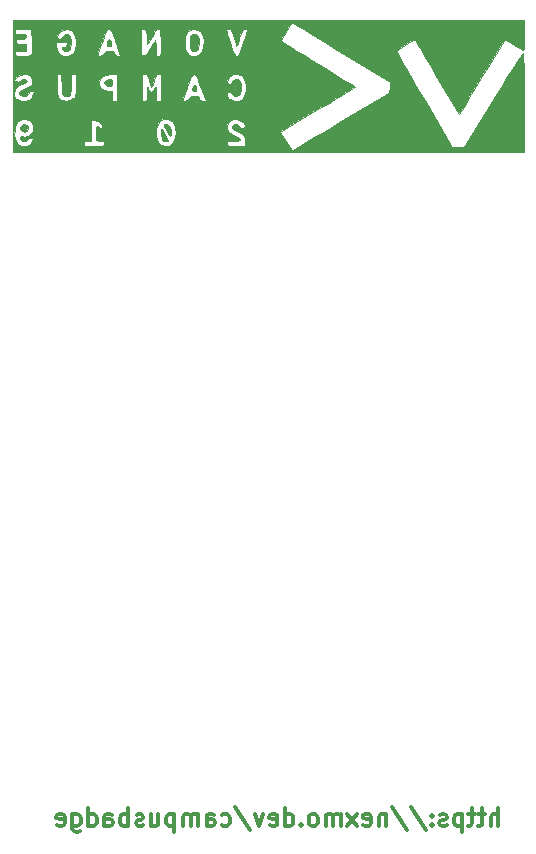
<source format=gbr>
G04 #@! TF.GenerationSoftware,KiCad,Pcbnew,(5.1.2-1)-1*
G04 #@! TF.CreationDate,2019-10-09T15:23:33+01:00*
G04 #@! TF.ProjectId,PixlVBoard,5069786c-5642-46f6-9172-642e6b696361,rev?*
G04 #@! TF.SameCoordinates,Original*
G04 #@! TF.FileFunction,Legend,Bot*
G04 #@! TF.FilePolarity,Positive*
%FSLAX46Y46*%
G04 Gerber Fmt 4.6, Leading zero omitted, Abs format (unit mm)*
G04 Created by KiCad (PCBNEW (5.1.2-1)-1) date 2019-10-09 15:23:33*
%MOMM*%
%LPD*%
G04 APERTURE LIST*
%ADD10C,0.300000*%
%ADD11C,0.010000*%
G04 APERTURE END LIST*
D10*
X208924571Y-138194171D02*
X208924571Y-136694171D01*
X208281714Y-138194171D02*
X208281714Y-137408457D01*
X208353142Y-137265600D01*
X208496000Y-137194171D01*
X208710285Y-137194171D01*
X208853142Y-137265600D01*
X208924571Y-137337028D01*
X207781714Y-137194171D02*
X207210285Y-137194171D01*
X207567428Y-136694171D02*
X207567428Y-137979885D01*
X207496000Y-138122742D01*
X207353142Y-138194171D01*
X207210285Y-138194171D01*
X206924571Y-137194171D02*
X206353142Y-137194171D01*
X206710285Y-136694171D02*
X206710285Y-137979885D01*
X206638857Y-138122742D01*
X206496000Y-138194171D01*
X206353142Y-138194171D01*
X205853142Y-137194171D02*
X205853142Y-138694171D01*
X205853142Y-137265600D02*
X205710285Y-137194171D01*
X205424571Y-137194171D01*
X205281714Y-137265600D01*
X205210285Y-137337028D01*
X205138857Y-137479885D01*
X205138857Y-137908457D01*
X205210285Y-138051314D01*
X205281714Y-138122742D01*
X205424571Y-138194171D01*
X205710285Y-138194171D01*
X205853142Y-138122742D01*
X204567428Y-138122742D02*
X204424571Y-138194171D01*
X204138857Y-138194171D01*
X203996000Y-138122742D01*
X203924571Y-137979885D01*
X203924571Y-137908457D01*
X203996000Y-137765600D01*
X204138857Y-137694171D01*
X204353142Y-137694171D01*
X204496000Y-137622742D01*
X204567428Y-137479885D01*
X204567428Y-137408457D01*
X204496000Y-137265600D01*
X204353142Y-137194171D01*
X204138857Y-137194171D01*
X203996000Y-137265600D01*
X203281714Y-138051314D02*
X203210285Y-138122742D01*
X203281714Y-138194171D01*
X203353142Y-138122742D01*
X203281714Y-138051314D01*
X203281714Y-138194171D01*
X203281714Y-137265600D02*
X203210285Y-137337028D01*
X203281714Y-137408457D01*
X203353142Y-137337028D01*
X203281714Y-137265600D01*
X203281714Y-137408457D01*
X201496000Y-136622742D02*
X202781714Y-138551314D01*
X199924571Y-136622742D02*
X201210285Y-138551314D01*
X199424571Y-137194171D02*
X199424571Y-138194171D01*
X199424571Y-137337028D02*
X199353142Y-137265600D01*
X199210285Y-137194171D01*
X198996000Y-137194171D01*
X198853142Y-137265600D01*
X198781714Y-137408457D01*
X198781714Y-138194171D01*
X197496000Y-138122742D02*
X197638857Y-138194171D01*
X197924571Y-138194171D01*
X198067428Y-138122742D01*
X198138857Y-137979885D01*
X198138857Y-137408457D01*
X198067428Y-137265600D01*
X197924571Y-137194171D01*
X197638857Y-137194171D01*
X197496000Y-137265600D01*
X197424571Y-137408457D01*
X197424571Y-137551314D01*
X198138857Y-137694171D01*
X196924571Y-138194171D02*
X196138857Y-137194171D01*
X196924571Y-137194171D02*
X196138857Y-138194171D01*
X195567428Y-138194171D02*
X195567428Y-137194171D01*
X195567428Y-137337028D02*
X195496000Y-137265600D01*
X195353142Y-137194171D01*
X195138857Y-137194171D01*
X194996000Y-137265600D01*
X194924571Y-137408457D01*
X194924571Y-138194171D01*
X194924571Y-137408457D02*
X194853142Y-137265600D01*
X194710285Y-137194171D01*
X194496000Y-137194171D01*
X194353142Y-137265600D01*
X194281714Y-137408457D01*
X194281714Y-138194171D01*
X193353142Y-138194171D02*
X193496000Y-138122742D01*
X193567428Y-138051314D01*
X193638857Y-137908457D01*
X193638857Y-137479885D01*
X193567428Y-137337028D01*
X193496000Y-137265600D01*
X193353142Y-137194171D01*
X193138857Y-137194171D01*
X192996000Y-137265600D01*
X192924571Y-137337028D01*
X192853142Y-137479885D01*
X192853142Y-137908457D01*
X192924571Y-138051314D01*
X192996000Y-138122742D01*
X193138857Y-138194171D01*
X193353142Y-138194171D01*
X192210285Y-138051314D02*
X192138857Y-138122742D01*
X192210285Y-138194171D01*
X192281714Y-138122742D01*
X192210285Y-138051314D01*
X192210285Y-138194171D01*
X190853142Y-138194171D02*
X190853142Y-136694171D01*
X190853142Y-138122742D02*
X190996000Y-138194171D01*
X191281714Y-138194171D01*
X191424571Y-138122742D01*
X191496000Y-138051314D01*
X191567428Y-137908457D01*
X191567428Y-137479885D01*
X191496000Y-137337028D01*
X191424571Y-137265600D01*
X191281714Y-137194171D01*
X190996000Y-137194171D01*
X190853142Y-137265600D01*
X189567428Y-138122742D02*
X189710285Y-138194171D01*
X189996000Y-138194171D01*
X190138857Y-138122742D01*
X190210285Y-137979885D01*
X190210285Y-137408457D01*
X190138857Y-137265600D01*
X189996000Y-137194171D01*
X189710285Y-137194171D01*
X189567428Y-137265600D01*
X189496000Y-137408457D01*
X189496000Y-137551314D01*
X190210285Y-137694171D01*
X188996000Y-137194171D02*
X188638857Y-138194171D01*
X188281714Y-137194171D01*
X186638857Y-136622742D02*
X187924571Y-138551314D01*
X185496000Y-138122742D02*
X185638857Y-138194171D01*
X185924571Y-138194171D01*
X186067428Y-138122742D01*
X186138857Y-138051314D01*
X186210285Y-137908457D01*
X186210285Y-137479885D01*
X186138857Y-137337028D01*
X186067428Y-137265600D01*
X185924571Y-137194171D01*
X185638857Y-137194171D01*
X185496000Y-137265600D01*
X184210285Y-138194171D02*
X184210285Y-137408457D01*
X184281714Y-137265600D01*
X184424571Y-137194171D01*
X184710285Y-137194171D01*
X184853142Y-137265600D01*
X184210285Y-138122742D02*
X184353142Y-138194171D01*
X184710285Y-138194171D01*
X184853142Y-138122742D01*
X184924571Y-137979885D01*
X184924571Y-137837028D01*
X184853142Y-137694171D01*
X184710285Y-137622742D01*
X184353142Y-137622742D01*
X184210285Y-137551314D01*
X183496000Y-138194171D02*
X183496000Y-137194171D01*
X183496000Y-137337028D02*
X183424571Y-137265600D01*
X183281714Y-137194171D01*
X183067428Y-137194171D01*
X182924571Y-137265600D01*
X182853142Y-137408457D01*
X182853142Y-138194171D01*
X182853142Y-137408457D02*
X182781714Y-137265600D01*
X182638857Y-137194171D01*
X182424571Y-137194171D01*
X182281714Y-137265600D01*
X182210285Y-137408457D01*
X182210285Y-138194171D01*
X181496000Y-137194171D02*
X181496000Y-138694171D01*
X181496000Y-137265600D02*
X181353142Y-137194171D01*
X181067428Y-137194171D01*
X180924571Y-137265600D01*
X180853142Y-137337028D01*
X180781714Y-137479885D01*
X180781714Y-137908457D01*
X180853142Y-138051314D01*
X180924571Y-138122742D01*
X181067428Y-138194171D01*
X181353142Y-138194171D01*
X181496000Y-138122742D01*
X179496000Y-137194171D02*
X179496000Y-138194171D01*
X180138857Y-137194171D02*
X180138857Y-137979885D01*
X180067428Y-138122742D01*
X179924571Y-138194171D01*
X179710285Y-138194171D01*
X179567428Y-138122742D01*
X179496000Y-138051314D01*
X178853142Y-138122742D02*
X178710285Y-138194171D01*
X178424571Y-138194171D01*
X178281714Y-138122742D01*
X178210285Y-137979885D01*
X178210285Y-137908457D01*
X178281714Y-137765600D01*
X178424571Y-137694171D01*
X178638857Y-137694171D01*
X178781714Y-137622742D01*
X178853142Y-137479885D01*
X178853142Y-137408457D01*
X178781714Y-137265600D01*
X178638857Y-137194171D01*
X178424571Y-137194171D01*
X178281714Y-137265600D01*
X177567428Y-138194171D02*
X177567428Y-136694171D01*
X177567428Y-137265600D02*
X177424571Y-137194171D01*
X177138857Y-137194171D01*
X176996000Y-137265600D01*
X176924571Y-137337028D01*
X176853142Y-137479885D01*
X176853142Y-137908457D01*
X176924571Y-138051314D01*
X176996000Y-138122742D01*
X177138857Y-138194171D01*
X177424571Y-138194171D01*
X177567428Y-138122742D01*
X175567428Y-138194171D02*
X175567428Y-137408457D01*
X175638857Y-137265600D01*
X175781714Y-137194171D01*
X176067428Y-137194171D01*
X176210285Y-137265600D01*
X175567428Y-138122742D02*
X175710285Y-138194171D01*
X176067428Y-138194171D01*
X176210285Y-138122742D01*
X176281714Y-137979885D01*
X176281714Y-137837028D01*
X176210285Y-137694171D01*
X176067428Y-137622742D01*
X175710285Y-137622742D01*
X175567428Y-137551314D01*
X174210285Y-138194171D02*
X174210285Y-136694171D01*
X174210285Y-138122742D02*
X174353142Y-138194171D01*
X174638857Y-138194171D01*
X174781714Y-138122742D01*
X174853142Y-138051314D01*
X174924571Y-137908457D01*
X174924571Y-137479885D01*
X174853142Y-137337028D01*
X174781714Y-137265600D01*
X174638857Y-137194171D01*
X174353142Y-137194171D01*
X174210285Y-137265600D01*
X172853142Y-137194171D02*
X172853142Y-138408457D01*
X172924571Y-138551314D01*
X172996000Y-138622742D01*
X173138857Y-138694171D01*
X173353142Y-138694171D01*
X173496000Y-138622742D01*
X172853142Y-138122742D02*
X172996000Y-138194171D01*
X173281714Y-138194171D01*
X173424571Y-138122742D01*
X173496000Y-138051314D01*
X173567428Y-137908457D01*
X173567428Y-137479885D01*
X173496000Y-137337028D01*
X173424571Y-137265600D01*
X173281714Y-137194171D01*
X172996000Y-137194171D01*
X172853142Y-137265600D01*
X171567428Y-138122742D02*
X171710285Y-138194171D01*
X171996000Y-138194171D01*
X172138857Y-138122742D01*
X172210285Y-137979885D01*
X172210285Y-137408457D01*
X172138857Y-137265600D01*
X171996000Y-137194171D01*
X171710285Y-137194171D01*
X171567428Y-137265600D01*
X171496000Y-137408457D01*
X171496000Y-137551314D01*
X172210285Y-137694171D01*
D11*
G36*
X175841809Y-71683555D02*
G01*
X175821365Y-71750766D01*
X175774881Y-71992569D01*
X175811818Y-72114959D01*
X175945092Y-72152485D01*
X175971742Y-72152933D01*
X176102060Y-72140596D01*
X176137829Y-72071693D01*
X176097257Y-71898388D01*
X176084537Y-71856600D01*
X175994380Y-71630486D01*
X175913822Y-71572946D01*
X175841809Y-71683555D01*
X175841809Y-71683555D01*
G37*
X175841809Y-71683555D02*
X175821365Y-71750766D01*
X175774881Y-71992569D01*
X175811818Y-72114959D01*
X175945092Y-72152485D01*
X175971742Y-72152933D01*
X176102060Y-72140596D01*
X176137829Y-72071693D01*
X176097257Y-71898388D01*
X176084537Y-71856600D01*
X175994380Y-71630486D01*
X175913822Y-71572946D01*
X175841809Y-71683555D01*
G36*
X182908219Y-71227834D02*
G01*
X182896934Y-71238533D01*
X182837613Y-71384544D01*
X182804752Y-71636810D01*
X182798351Y-71934331D01*
X182818410Y-72216108D01*
X182864930Y-72421142D01*
X182896934Y-72474666D01*
X183087553Y-72567538D01*
X183302580Y-72548173D01*
X183462384Y-72425216D01*
X183469688Y-72412499D01*
X183523469Y-72228956D01*
X183554399Y-71962554D01*
X183557334Y-71856600D01*
X183538771Y-71581294D01*
X183492145Y-71355789D01*
X183469688Y-71300700D01*
X183316987Y-71170564D01*
X183103287Y-71143394D01*
X182908219Y-71227834D01*
X182908219Y-71227834D01*
G37*
X182908219Y-71227834D02*
X182896934Y-71238533D01*
X182837613Y-71384544D01*
X182804752Y-71636810D01*
X182798351Y-71934331D01*
X182818410Y-72216108D01*
X182864930Y-72421142D01*
X182896934Y-72474666D01*
X183087553Y-72567538D01*
X183302580Y-72548173D01*
X183462384Y-72425216D01*
X183469688Y-72412499D01*
X183523469Y-72228956D01*
X183554399Y-71962554D01*
X183557334Y-71856600D01*
X183538771Y-71581294D01*
X183492145Y-71355789D01*
X183469688Y-71300700D01*
X183316987Y-71170564D01*
X183103287Y-71143394D01*
X182908219Y-71227834D01*
G36*
X175767960Y-75000262D02*
G01*
X175647216Y-75079813D01*
X175563117Y-75251000D01*
X175619160Y-75410891D01*
X175788872Y-75517958D01*
X175940313Y-75539600D01*
X176109011Y-75522776D01*
X176178202Y-75438117D01*
X176191334Y-75243266D01*
X176175198Y-75042547D01*
X176103923Y-74960440D01*
X175985715Y-74946933D01*
X175767960Y-75000262D01*
X175767960Y-75000262D01*
G37*
X175767960Y-75000262D02*
X175647216Y-75079813D01*
X175563117Y-75251000D01*
X175619160Y-75410891D01*
X175788872Y-75517958D01*
X175940313Y-75539600D01*
X176109011Y-75522776D01*
X176178202Y-75438117D01*
X176191334Y-75243266D01*
X176175198Y-75042547D01*
X176103923Y-74960440D01*
X175985715Y-74946933D01*
X175767960Y-75000262D01*
G36*
X183042916Y-75592670D02*
G01*
X183003813Y-75730100D01*
X182980697Y-75896594D01*
X183051622Y-75956502D01*
X183159230Y-75962933D01*
X183295552Y-75951505D01*
X183334761Y-75885291D01*
X183296332Y-75716393D01*
X183280563Y-75664512D01*
X183198420Y-75472369D01*
X183119935Y-75448249D01*
X183042916Y-75592670D01*
X183042916Y-75592670D01*
G37*
X183042916Y-75592670D02*
X183003813Y-75730100D01*
X182980697Y-75896594D01*
X183051622Y-75956502D01*
X183159230Y-75962933D01*
X183295552Y-75951505D01*
X183334761Y-75885291D01*
X183296332Y-75716393D01*
X183280563Y-75664512D01*
X183198420Y-75472369D01*
X183119935Y-75448249D01*
X183042916Y-75592670D01*
G36*
X168574532Y-78839888D02*
G01*
X168423466Y-78986519D01*
X168435566Y-79168006D01*
X168535048Y-79301219D01*
X168735354Y-79424398D01*
X168923264Y-79379141D01*
X168977734Y-79332666D01*
X169086078Y-79138823D01*
X169060336Y-78956734D01*
X168933358Y-78826545D01*
X168737994Y-78788405D01*
X168574532Y-78839888D01*
X168574532Y-78839888D01*
G37*
X168574532Y-78839888D02*
X168423466Y-78986519D01*
X168435566Y-79168006D01*
X168535048Y-79301219D01*
X168735354Y-79424398D01*
X168923264Y-79379141D01*
X168977734Y-79332666D01*
X169086078Y-79138823D01*
X169060336Y-78956734D01*
X168933358Y-78826545D01*
X168737994Y-78788405D01*
X168574532Y-78839888D01*
G36*
X180620887Y-78774946D02*
G01*
X180594000Y-78797390D01*
X180631598Y-78917224D01*
X180726363Y-79119481D01*
X180851249Y-79354999D01*
X180979213Y-79574615D01*
X181083209Y-79729167D01*
X181130649Y-79772933D01*
X181168535Y-79698049D01*
X181175122Y-79508370D01*
X181165750Y-79391979D01*
X181086302Y-79029287D01*
X180944844Y-78819685D01*
X180752967Y-78756933D01*
X180620887Y-78774946D01*
X180620887Y-78774946D01*
G37*
X180620887Y-78774946D02*
X180594000Y-78797390D01*
X180631598Y-78917224D01*
X180726363Y-79119481D01*
X180851249Y-79354999D01*
X180979213Y-79574615D01*
X181083209Y-79729167D01*
X181130649Y-79772933D01*
X181168535Y-79698049D01*
X181175122Y-79508370D01*
X181165750Y-79391979D01*
X181086302Y-79029287D01*
X180944844Y-78819685D01*
X180752967Y-78756933D01*
X180620887Y-78774946D01*
G36*
X180370344Y-79215860D02*
G01*
X180349219Y-79375812D01*
X180366790Y-79605617D01*
X180412265Y-79917120D01*
X180470603Y-80095439D01*
X180563270Y-80176504D01*
X180711731Y-80196244D01*
X180719659Y-80196266D01*
X180919991Y-80196266D01*
X180700801Y-79688266D01*
X180549638Y-79372954D01*
X180438318Y-79215196D01*
X180370344Y-79215860D01*
X180370344Y-79215860D01*
G37*
X180370344Y-79215860D02*
X180349219Y-79375812D01*
X180366790Y-79605617D01*
X180412265Y-79917120D01*
X180470603Y-80095439D01*
X180563270Y-80176504D01*
X180711731Y-80196244D01*
X180719659Y-80196266D01*
X180919991Y-80196266D01*
X180700801Y-79688266D01*
X180549638Y-79372954D01*
X180438318Y-79215196D01*
X180370344Y-79215860D01*
G36*
X167809334Y-81127600D02*
G01*
X211074000Y-81127600D01*
X211074000Y-76877333D01*
X211072556Y-75983147D01*
X211068372Y-75170282D01*
X211061678Y-74451369D01*
X211052700Y-73839039D01*
X211041664Y-73345921D01*
X211028799Y-72984647D01*
X211014331Y-72767848D01*
X210999017Y-72707499D01*
X210941275Y-72792574D01*
X210802410Y-73008066D01*
X210590816Y-73340657D01*
X210314888Y-73777027D01*
X209983022Y-74303860D01*
X209603612Y-74907835D01*
X209185055Y-75575634D01*
X208735745Y-76293939D01*
X208453345Y-76746100D01*
X205982657Y-80704266D01*
X205501496Y-80701910D01*
X205020334Y-80699555D01*
X202671644Y-76731613D01*
X202228425Y-75982069D01*
X201810838Y-75274410D01*
X201792502Y-75243266D01*
X199730625Y-75243266D01*
X199708480Y-75695586D01*
X199686334Y-76147905D01*
X195622334Y-78546761D01*
X194864919Y-78993026D01*
X194150393Y-79412447D01*
X193492174Y-79797255D01*
X192903679Y-80139680D01*
X192398328Y-80431953D01*
X191989538Y-80666304D01*
X191690727Y-80834964D01*
X191515314Y-80930164D01*
X191473667Y-80948979D01*
X191397211Y-80882624D01*
X191255829Y-80700389D01*
X191071213Y-80431900D01*
X190928999Y-80209388D01*
X187452000Y-80209388D01*
X187452000Y-80619600D01*
X186690000Y-80619600D01*
X186329283Y-80617914D01*
X186105314Y-80606824D01*
X185985507Y-80577276D01*
X185937276Y-80520221D01*
X185928038Y-80426606D01*
X185928000Y-80407933D01*
X185937651Y-80294150D01*
X185992105Y-80230774D01*
X186129620Y-80203092D01*
X186388451Y-80196388D01*
X186478334Y-80196266D01*
X186823427Y-80174503D01*
X187007513Y-80112452D01*
X187028781Y-80014967D01*
X186885422Y-79886904D01*
X186640563Y-79761067D01*
X186375474Y-79625650D01*
X186246687Y-79541925D01*
X181596910Y-79541925D01*
X181540635Y-79952196D01*
X181411255Y-80285346D01*
X181310734Y-80418563D01*
X181037367Y-80583385D01*
X180711217Y-80625925D01*
X180395495Y-80546015D01*
X180218889Y-80421519D01*
X180213608Y-80413044D01*
X175514000Y-80413044D01*
X175508282Y-80506783D01*
X175470518Y-80566753D01*
X175369793Y-80600495D01*
X175175196Y-80615552D01*
X174855811Y-80619465D01*
X174667334Y-80619600D01*
X173820667Y-80619600D01*
X173820667Y-80407933D01*
X173842807Y-80264791D01*
X173942439Y-80206192D01*
X174117000Y-80196266D01*
X174413334Y-80196266D01*
X174413334Y-79196865D01*
X169555384Y-79196865D01*
X169509801Y-79373169D01*
X169339491Y-79607760D01*
X169069144Y-79770149D01*
X168763498Y-79827158D01*
X168649821Y-79813909D01*
X168462780Y-79798521D01*
X168405458Y-79880148D01*
X168453392Y-80062341D01*
X168568301Y-80161943D01*
X168758877Y-80195231D01*
X168946378Y-80161289D01*
X169048716Y-80069266D01*
X169149319Y-79976296D01*
X169307571Y-79944460D01*
X169449645Y-79975615D01*
X169502667Y-80057848D01*
X169453522Y-80200343D01*
X169334513Y-80387103D01*
X169327189Y-80396515D01*
X169154515Y-80555451D01*
X168929615Y-80615544D01*
X168813623Y-80619600D01*
X168555204Y-80599641D01*
X168350078Y-80550404D01*
X168323380Y-80538169D01*
X168131423Y-80347334D01*
X168005064Y-80045152D01*
X167945451Y-79676866D01*
X167953729Y-79287716D01*
X168031045Y-78922945D01*
X168178546Y-78627793D01*
X168272382Y-78526042D01*
X168566725Y-78364017D01*
X168872230Y-78341212D01*
X169156372Y-78435360D01*
X169386629Y-78624196D01*
X169530474Y-78885453D01*
X169555384Y-79196865D01*
X174413334Y-79196865D01*
X174413334Y-78418266D01*
X174670313Y-78418266D01*
X174992099Y-78477489D01*
X175226479Y-78637567D01*
X175339402Y-78872115D01*
X175344667Y-78940805D01*
X175335388Y-79109703D01*
X175279739Y-79135331D01*
X175156495Y-79058067D01*
X174992866Y-78959794D01*
X174898786Y-78926266D01*
X174868210Y-79003757D01*
X174851789Y-79208255D01*
X174852575Y-79497797D01*
X174854125Y-79540100D01*
X174879000Y-80153933D01*
X175196500Y-80180210D01*
X175407591Y-80213603D01*
X175497356Y-80289549D01*
X175514000Y-80413044D01*
X180213608Y-80413044D01*
X180046994Y-80145679D01*
X179949030Y-79761562D01*
X179934998Y-79317695D01*
X179954474Y-79138603D01*
X180075028Y-78765269D01*
X180285606Y-78506350D01*
X180553180Y-78362486D01*
X180844719Y-78334315D01*
X181127196Y-78422477D01*
X181367581Y-78627611D01*
X181532844Y-78950356D01*
X181569652Y-79107346D01*
X181596910Y-79541925D01*
X186246687Y-79541925D01*
X186154611Y-79482067D01*
X186090229Y-79427162D01*
X185948797Y-79185530D01*
X185944239Y-78919126D01*
X186055987Y-78665507D01*
X186263469Y-78462227D01*
X186546117Y-78346845D01*
X186689183Y-78333600D01*
X186941089Y-78379861D01*
X187165709Y-78498714D01*
X187340307Y-78660264D01*
X187442148Y-78834615D01*
X187448499Y-78991873D01*
X187336623Y-79102140D01*
X187286546Y-79119117D01*
X187107296Y-79088570D01*
X186988261Y-78959659D01*
X186808968Y-78794773D01*
X186607310Y-78768854D01*
X186444907Y-78873201D01*
X186383645Y-79047280D01*
X186487558Y-79215492D01*
X186752487Y-79371796D01*
X186802368Y-79392456D01*
X187134699Y-79546358D01*
X187332560Y-79708064D01*
X187427732Y-79917539D01*
X187452000Y-80209388D01*
X190928999Y-80209388D01*
X190906995Y-80174961D01*
X190424990Y-79397581D01*
X192007662Y-78460936D01*
X192617220Y-78100713D01*
X193311716Y-77691148D01*
X194030099Y-77268190D01*
X194711315Y-76867794D01*
X194810518Y-76809600D01*
X184125663Y-76809600D01*
X183885445Y-76809600D01*
X183693143Y-76770909D01*
X183600057Y-76627048D01*
X183592102Y-76597933D01*
X183536991Y-76464581D01*
X183425787Y-76402785D01*
X183205782Y-76386419D01*
X183165060Y-76386266D01*
X182921466Y-76400491D01*
X182789450Y-76460745D01*
X182712402Y-76593400D01*
X182710667Y-76597933D01*
X182581969Y-76770463D01*
X182416429Y-76809600D01*
X182256228Y-76787021D01*
X182202667Y-76743135D01*
X182229404Y-76642591D01*
X182302574Y-76414444D01*
X182411617Y-76090547D01*
X182545973Y-75702750D01*
X182574609Y-75621301D01*
X182729904Y-75188854D01*
X182846117Y-74892440D01*
X182936665Y-74707102D01*
X183014967Y-74607886D01*
X183094441Y-74569834D01*
X183142044Y-74565933D01*
X183225342Y-74580943D01*
X183301044Y-74642138D01*
X183381891Y-74773758D01*
X183480624Y-75000048D01*
X183609983Y-75345252D01*
X183731600Y-75687766D01*
X184125663Y-76809600D01*
X194810518Y-76809600D01*
X195175589Y-76595445D01*
X195638603Y-76320333D01*
X196046251Y-76070793D01*
X196377769Y-75860146D01*
X196612392Y-75701712D01*
X196729354Y-75608813D01*
X196738499Y-75592832D01*
X196663549Y-75534787D01*
X196587192Y-75484228D01*
X187519664Y-75484228D01*
X187518648Y-75876255D01*
X187450939Y-76244376D01*
X187316186Y-76543556D01*
X187142434Y-76713712D01*
X186841100Y-76806329D01*
X186506575Y-76787705D01*
X186213700Y-76666159D01*
X186135819Y-76601781D01*
X185974658Y-76378705D01*
X185936699Y-76177135D01*
X186025818Y-76034151D01*
X186073934Y-76009717D01*
X186227360Y-76027656D01*
X186370460Y-76147801D01*
X186435939Y-76312894D01*
X186436000Y-76317782D01*
X186509684Y-76365732D01*
X186687399Y-76386255D01*
X186692096Y-76386266D01*
X186901199Y-76346527D01*
X187018271Y-76199951D01*
X187030763Y-76169088D01*
X187105319Y-75799519D01*
X187088877Y-75393666D01*
X187028626Y-75158491D01*
X186927560Y-74995007D01*
X186761476Y-74958073D01*
X186711126Y-74962480D01*
X186485885Y-75058143D01*
X186394757Y-75179766D01*
X186247716Y-75339310D01*
X186119590Y-75370266D01*
X185969370Y-75312068D01*
X185927028Y-75162527D01*
X185990660Y-74959222D01*
X186151213Y-74746812D01*
X186439342Y-74569300D01*
X186765714Y-74523600D01*
X180340000Y-74523600D01*
X180340000Y-76809600D01*
X180128334Y-76809600D01*
X180021950Y-76801788D01*
X179958460Y-76754959D01*
X179926175Y-76634024D01*
X179913406Y-76403893D01*
X179909761Y-76153433D01*
X179904902Y-75828312D01*
X179894411Y-75652430D01*
X179871576Y-75605694D01*
X179829687Y-75668013D01*
X179782518Y-75772433D01*
X179648869Y-75976416D01*
X179505339Y-76047600D01*
X179356391Y-75966075D01*
X179260225Y-75772433D01*
X179216289Y-75653132D01*
X179188895Y-75642327D01*
X179173446Y-75758093D01*
X179165344Y-76018503D01*
X179163311Y-76153433D01*
X179156429Y-76482972D01*
X179138688Y-76678268D01*
X179098307Y-76774408D01*
X179023505Y-76806480D01*
X178943000Y-76809600D01*
X178731334Y-76809600D01*
X176614667Y-76809600D01*
X176403000Y-76809600D01*
X176277378Y-76795874D01*
X176214709Y-76725829D01*
X176193339Y-76556160D01*
X176191334Y-76386266D01*
X176191334Y-75962933D01*
X175873834Y-75960240D01*
X175527091Y-75889869D01*
X175271366Y-75704617D01*
X175132287Y-75433517D01*
X175132163Y-75120080D01*
X175235014Y-74861749D01*
X175426965Y-74689688D01*
X175735493Y-74586866D01*
X176060244Y-74544920D01*
X176325844Y-74523600D01*
X173143334Y-74523600D01*
X173143334Y-75442570D01*
X173140707Y-75853075D01*
X173128267Y-76131913D01*
X173099179Y-76316720D01*
X173046604Y-76445137D01*
X172963706Y-76554801D01*
X172935710Y-76585570D01*
X172665033Y-76763859D01*
X172332969Y-76823873D01*
X172000107Y-76764788D01*
X171742485Y-76601781D01*
X171651397Y-76500067D01*
X171591673Y-76388610D01*
X171556738Y-76231050D01*
X171546262Y-76080705D01*
X169572566Y-76080705D01*
X169550991Y-76195766D01*
X169403643Y-76490252D01*
X169147410Y-76698090D01*
X168826072Y-76805897D01*
X168483409Y-76800288D01*
X168163199Y-76667880D01*
X168117085Y-76634121D01*
X167932732Y-76393559D01*
X167881013Y-76102843D01*
X167961522Y-75816578D01*
X168124587Y-75624511D01*
X168357697Y-75481847D01*
X168588354Y-75396495D01*
X168795370Y-75322933D01*
X168915391Y-75236771D01*
X168973640Y-75093266D01*
X168907955Y-74994368D01*
X168760560Y-74952067D01*
X168573683Y-74978351D01*
X168389549Y-75085210D01*
X168387637Y-75086932D01*
X168216063Y-75180253D01*
X168043722Y-75142500D01*
X167854505Y-75058069D01*
X168121740Y-74790834D01*
X168412623Y-74587079D01*
X168720428Y-74510349D01*
X169009522Y-74550819D01*
X169244268Y-74698664D01*
X169389032Y-74944058D01*
X169418000Y-75148233D01*
X169392946Y-75362212D01*
X169296744Y-75518961D01*
X169097837Y-75649222D01*
X168766213Y-75783183D01*
X168517485Y-75886823D01*
X168395060Y-75987875D01*
X168359889Y-76120256D01*
X168359667Y-76136284D01*
X168383952Y-76276378D01*
X168488769Y-76343730D01*
X168676667Y-76370181D01*
X168899053Y-76369671D01*
X169022999Y-76299284D01*
X169092424Y-76179681D01*
X169243916Y-75999956D01*
X169398436Y-75962933D01*
X169542046Y-75983746D01*
X169572566Y-76080705D01*
X171546262Y-76080705D01*
X171540012Y-75991024D01*
X171534920Y-75632171D01*
X171534667Y-75452893D01*
X171535910Y-75043961D01*
X171543592Y-74775908D01*
X171563643Y-74620281D01*
X171601995Y-74548627D01*
X171664576Y-74532491D01*
X171725167Y-74538878D01*
X171814181Y-74561936D01*
X171871633Y-74622406D01*
X171906056Y-74753092D01*
X171925981Y-74986799D01*
X171939943Y-75356330D01*
X171940230Y-75365684D01*
X171963089Y-75805464D01*
X172006273Y-76101808D01*
X172079609Y-76280285D01*
X172192924Y-76366467D01*
X172332434Y-76386266D01*
X172497404Y-76363586D01*
X172608846Y-76278138D01*
X172676557Y-76103810D01*
X172710334Y-75814490D01*
X172719976Y-75384068D01*
X172720000Y-75353333D01*
X172721358Y-74973717D01*
X172730741Y-74732204D01*
X172756116Y-74597565D01*
X172805451Y-74538571D01*
X172886711Y-74523991D01*
X172931667Y-74523600D01*
X173143334Y-74523600D01*
X176325844Y-74523600D01*
X176614667Y-74500416D01*
X176614667Y-76809600D01*
X178731334Y-76809600D01*
X178731334Y-74523600D01*
X178936098Y-74523600D01*
X179053385Y-74544783D01*
X179144470Y-74631493D01*
X179233839Y-74818470D01*
X179324000Y-75073933D01*
X179419106Y-75348240D01*
X179494760Y-75545417D01*
X179535077Y-75624163D01*
X179535667Y-75624266D01*
X179574421Y-75550541D01*
X179649081Y-75356901D01*
X179743763Y-75084648D01*
X179747334Y-75073933D01*
X179853812Y-74777651D01*
X179941732Y-74610399D01*
X180035581Y-74537438D01*
X180135237Y-74523600D01*
X180340000Y-74523600D01*
X186765714Y-74523600D01*
X186782833Y-74521203D01*
X187118458Y-74611065D01*
X187126068Y-74615081D01*
X187323023Y-74808605D01*
X187454339Y-75113332D01*
X187519664Y-75484228D01*
X196587192Y-75484228D01*
X196458416Y-75398961D01*
X196138107Y-75194717D01*
X195717630Y-74931415D01*
X195211992Y-74618416D01*
X194636201Y-74265083D01*
X194005262Y-73880775D01*
X193612493Y-73642858D01*
X192955770Y-73245472D01*
X192344679Y-72874950D01*
X191794293Y-72540487D01*
X191319683Y-72251275D01*
X190935923Y-72016508D01*
X190658083Y-71845381D01*
X190501238Y-71747087D01*
X190471537Y-71726959D01*
X190495799Y-71641472D01*
X190595700Y-71453997D01*
X190748059Y-71200053D01*
X190929696Y-70915162D01*
X191015207Y-70787480D01*
X187621334Y-70787480D01*
X187596801Y-70891631D01*
X187529659Y-71124462D01*
X187429587Y-71453596D01*
X187306268Y-71846658D01*
X187279543Y-71930480D01*
X187136893Y-72367894D01*
X187029543Y-72667984D01*
X186944995Y-72855873D01*
X186870748Y-72956682D01*
X186794305Y-72995536D01*
X186747624Y-72999600D01*
X186660368Y-72982524D01*
X186583515Y-72913628D01*
X186503209Y-72766410D01*
X186405594Y-72514369D01*
X186276813Y-72131001D01*
X186249608Y-72047100D01*
X186188301Y-71857961D01*
X183980667Y-71857961D01*
X183950900Y-72268979D01*
X183847991Y-72582379D01*
X183660332Y-72851433D01*
X183480846Y-72951887D01*
X183214532Y-72995602D01*
X182935163Y-72979522D01*
X182716508Y-72900591D01*
X182703330Y-72891073D01*
X182527733Y-72697771D01*
X182422225Y-72423973D01*
X182392292Y-72171467D01*
X180327641Y-72171467D01*
X180326037Y-72518653D01*
X180317472Y-72770829D01*
X180303152Y-72888837D01*
X180193812Y-72979906D01*
X180088658Y-72999600D01*
X180003862Y-72986373D01*
X179952647Y-72924200D01*
X179926654Y-72779345D01*
X179917527Y-72518069D01*
X179916667Y-72305333D01*
X179908134Y-71962908D01*
X179884052Y-71750422D01*
X179846698Y-71685733D01*
X179838410Y-71691500D01*
X179761840Y-71799677D01*
X179629015Y-72014359D01*
X179465541Y-72293824D01*
X179425325Y-72364600D01*
X179239582Y-72674945D01*
X179098454Y-72858441D01*
X178977039Y-72942645D01*
X178889749Y-72957266D01*
X178689000Y-72957266D01*
X178689000Y-72893766D01*
X176863992Y-72893766D01*
X176795571Y-72973338D01*
X176658614Y-72999600D01*
X176478087Y-72946750D01*
X176395435Y-72787933D01*
X176340324Y-72654581D01*
X176229120Y-72592785D01*
X176009115Y-72576419D01*
X175968393Y-72576266D01*
X175724800Y-72590491D01*
X175592784Y-72650745D01*
X175515735Y-72783400D01*
X175514000Y-72787933D01*
X175385302Y-72960463D01*
X175219763Y-72999600D01*
X175061545Y-72963916D01*
X175010454Y-72893766D01*
X175039323Y-72777324D01*
X175114927Y-72535838D01*
X175226131Y-72203402D01*
X175361803Y-71814111D01*
X175376798Y-71771933D01*
X175405031Y-71694259D01*
X173140186Y-71694259D01*
X173129542Y-72097297D01*
X173040662Y-72480201D01*
X172871349Y-72799327D01*
X172827985Y-72851278D01*
X172635321Y-72957854D01*
X172356019Y-72997991D01*
X172059741Y-72970399D01*
X171816145Y-72873789D01*
X171810796Y-72870103D01*
X171661739Y-72690838D01*
X171535870Y-72411311D01*
X171477772Y-72171467D01*
X169405641Y-72171467D01*
X169404037Y-72518653D01*
X169395472Y-72770829D01*
X169381152Y-72888837D01*
X169293324Y-72950635D01*
X169075777Y-72986584D01*
X168710327Y-72999470D01*
X168658658Y-72999600D01*
X168321929Y-72997365D01*
X168120048Y-72983507D01*
X168018535Y-72947292D01*
X167982906Y-72877985D01*
X167978667Y-72787933D01*
X167990755Y-72666707D01*
X168054644Y-72603586D01*
X168211771Y-72579734D01*
X168444334Y-72576266D01*
X168910000Y-72576266D01*
X168910000Y-71983600D01*
X168486667Y-71983600D01*
X168235423Y-71976737D01*
X168110083Y-71941714D01*
X168067344Y-71856880D01*
X168063334Y-71771933D01*
X168077059Y-71646311D01*
X168147104Y-71583641D01*
X168316774Y-71562271D01*
X168486667Y-71560266D01*
X168737911Y-71553404D01*
X168863251Y-71518381D01*
X168905990Y-71433546D01*
X168910000Y-71348600D01*
X168897913Y-71227374D01*
X168834024Y-71164252D01*
X168676897Y-71140401D01*
X168444334Y-71136933D01*
X168177716Y-71131553D01*
X168038897Y-71102643D01*
X167986400Y-71031042D01*
X167978667Y-70921842D01*
X167984390Y-70816690D01*
X168024230Y-70754377D01*
X168132192Y-70725631D01*
X168342282Y-70721177D01*
X168677167Y-70731342D01*
X169375667Y-70755933D01*
X169399661Y-71767004D01*
X169405641Y-72171467D01*
X171477772Y-72171467D01*
X171460590Y-72100540D01*
X171450473Y-71962433D01*
X171477959Y-71875714D01*
X171586431Y-71830599D01*
X171813835Y-71814999D01*
X171915667Y-71814266D01*
X172182364Y-71819761D01*
X172321231Y-71848801D01*
X172373705Y-71920222D01*
X172381334Y-72025933D01*
X172347668Y-72185503D01*
X172213353Y-72236225D01*
X172163459Y-72237600D01*
X172002523Y-72268597D01*
X171972164Y-72377121D01*
X171973683Y-72385766D01*
X172070522Y-72511105D01*
X172254969Y-72565512D01*
X172458283Y-72543091D01*
X172609992Y-72440347D01*
X172682547Y-72243222D01*
X172714838Y-71952923D01*
X172706898Y-71640745D01*
X172658763Y-71377983D01*
X172609423Y-71272074D01*
X172438263Y-71158991D01*
X172229727Y-71168027D01*
X172051296Y-71288340D01*
X172001424Y-71369766D01*
X171854383Y-71529310D01*
X171726257Y-71560266D01*
X171572723Y-71506180D01*
X171537880Y-71363586D01*
X171618976Y-71161982D01*
X171782154Y-70961087D01*
X172085606Y-70762003D01*
X172424813Y-70712230D01*
X172724690Y-70800776D01*
X172935562Y-71002355D01*
X173074793Y-71314730D01*
X173140186Y-71694259D01*
X175405031Y-71694259D01*
X175530581Y-71348858D01*
X175645521Y-71061318D01*
X175735539Y-70883946D01*
X175814555Y-70791373D01*
X175896490Y-70758232D01*
X175934350Y-70755933D01*
X176021601Y-70772058D01*
X176100399Y-70837317D01*
X176184714Y-70977037D01*
X176288510Y-71216544D01*
X176425757Y-71581164D01*
X176494664Y-71771933D01*
X176633240Y-72164999D01*
X176748373Y-72504800D01*
X176828854Y-72757287D01*
X176863473Y-72888411D01*
X176863992Y-72893766D01*
X178689000Y-72893766D01*
X178689000Y-70755933D01*
X178900667Y-70755933D01*
X179008992Y-70765530D01*
X179075650Y-70818008D01*
X179114853Y-70948893D01*
X179140811Y-71193713D01*
X179154667Y-71390933D01*
X179197000Y-72025933D01*
X179561891Y-71364540D01*
X179748108Y-71040396D01*
X179884350Y-70843463D01*
X179993032Y-70747875D01*
X180096574Y-70727764D01*
X180112224Y-70729540D01*
X180190843Y-70749427D01*
X180244411Y-70801910D01*
X180278779Y-70915973D01*
X180299798Y-71120599D01*
X180313319Y-71444772D01*
X180321661Y-71767004D01*
X180327641Y-72171467D01*
X182392292Y-72171467D01*
X182376173Y-72035502D01*
X182372000Y-71826328D01*
X182380616Y-71492779D01*
X182416312Y-71270683D01*
X182493858Y-71102610D01*
X182591193Y-70974096D01*
X182798847Y-70784430D01*
X183029849Y-70716252D01*
X183104760Y-70713600D01*
X183476773Y-70775941D01*
X183744318Y-70965701D01*
X183910535Y-71286979D01*
X183978562Y-71743879D01*
X183980667Y-71857961D01*
X186188301Y-71857961D01*
X186088440Y-71549882D01*
X185974210Y-71192207D01*
X185903815Y-70951847D01*
X185874156Y-70806572D01*
X185882130Y-70734154D01*
X185924637Y-70712365D01*
X185998575Y-70718975D01*
X186065634Y-70728397D01*
X186187271Y-70755380D01*
X186275889Y-70825599D01*
X186352667Y-70973414D01*
X186438782Y-71233182D01*
X186494238Y-71423754D01*
X186586755Y-71736786D01*
X186664763Y-71981285D01*
X186714952Y-72116147D01*
X186722653Y-72129141D01*
X186761866Y-72071232D01*
X186835501Y-71884647D01*
X186930788Y-71603334D01*
X186981831Y-71440153D01*
X187092277Y-71092192D01*
X187176894Y-70876677D01*
X187254061Y-70762591D01*
X187342159Y-70718920D01*
X187412389Y-70713600D01*
X187570252Y-70739212D01*
X187621334Y-70787480D01*
X191015207Y-70787480D01*
X191117431Y-70634843D01*
X191288084Y-70394618D01*
X191418475Y-70230006D01*
X191483692Y-70175966D01*
X191567552Y-70221664D01*
X191782211Y-70348630D01*
X192114577Y-70548872D01*
X192551554Y-70814395D01*
X193080047Y-71137205D01*
X193686961Y-71509309D01*
X194359203Y-71922713D01*
X195083676Y-72369422D01*
X195644480Y-72715966D01*
X199730625Y-75243266D01*
X201792502Y-75243266D01*
X201426936Y-74622380D01*
X201084769Y-74039724D01*
X200792389Y-73540186D01*
X200557846Y-73137510D01*
X200389194Y-72845440D01*
X200294482Y-72677721D01*
X200276840Y-72643501D01*
X200320893Y-72545894D01*
X200479287Y-72397273D01*
X200716772Y-72219510D01*
X200998094Y-72034479D01*
X201288003Y-71864051D01*
X201551246Y-71730101D01*
X201752570Y-71654501D01*
X201856725Y-71659124D01*
X201858803Y-71661936D01*
X201916134Y-71756184D01*
X202050744Y-71980200D01*
X202253242Y-72318277D01*
X202514239Y-72754710D01*
X202824346Y-73273793D01*
X203174174Y-73859821D01*
X203554331Y-74497088D01*
X203761618Y-74844735D01*
X205593490Y-77917537D01*
X205738546Y-77681068D01*
X205813809Y-77557892D01*
X205966761Y-77307170D01*
X206186999Y-76945969D01*
X206464120Y-76491358D01*
X206787718Y-75960405D01*
X207147391Y-75370177D01*
X207532734Y-74737743D01*
X207637410Y-74565933D01*
X208023211Y-73933578D01*
X208382557Y-73346300D01*
X208705708Y-72819888D01*
X208982927Y-72370128D01*
X209204476Y-72012807D01*
X209360615Y-71763713D01*
X209441607Y-71638635D01*
X209449953Y-71627489D01*
X209541445Y-71644571D01*
X209742144Y-71737897D01*
X210019505Y-71891089D01*
X210249038Y-72029655D01*
X210560709Y-72221720D01*
X210816342Y-72374732D01*
X210983830Y-72469743D01*
X211031694Y-72491599D01*
X211046417Y-72411813D01*
X211058911Y-72191964D01*
X211068203Y-71861319D01*
X211073316Y-71449144D01*
X211074000Y-71221600D01*
X211074000Y-69951600D01*
X167809334Y-69951600D01*
X167809334Y-81127600D01*
X167809334Y-81127600D01*
G37*
X167809334Y-81127600D02*
X211074000Y-81127600D01*
X211074000Y-76877333D01*
X211072556Y-75983147D01*
X211068372Y-75170282D01*
X211061678Y-74451369D01*
X211052700Y-73839039D01*
X211041664Y-73345921D01*
X211028799Y-72984647D01*
X211014331Y-72767848D01*
X210999017Y-72707499D01*
X210941275Y-72792574D01*
X210802410Y-73008066D01*
X210590816Y-73340657D01*
X210314888Y-73777027D01*
X209983022Y-74303860D01*
X209603612Y-74907835D01*
X209185055Y-75575634D01*
X208735745Y-76293939D01*
X208453345Y-76746100D01*
X205982657Y-80704266D01*
X205501496Y-80701910D01*
X205020334Y-80699555D01*
X202671644Y-76731613D01*
X202228425Y-75982069D01*
X201810838Y-75274410D01*
X201792502Y-75243266D01*
X199730625Y-75243266D01*
X199708480Y-75695586D01*
X199686334Y-76147905D01*
X195622334Y-78546761D01*
X194864919Y-78993026D01*
X194150393Y-79412447D01*
X193492174Y-79797255D01*
X192903679Y-80139680D01*
X192398328Y-80431953D01*
X191989538Y-80666304D01*
X191690727Y-80834964D01*
X191515314Y-80930164D01*
X191473667Y-80948979D01*
X191397211Y-80882624D01*
X191255829Y-80700389D01*
X191071213Y-80431900D01*
X190928999Y-80209388D01*
X187452000Y-80209388D01*
X187452000Y-80619600D01*
X186690000Y-80619600D01*
X186329283Y-80617914D01*
X186105314Y-80606824D01*
X185985507Y-80577276D01*
X185937276Y-80520221D01*
X185928038Y-80426606D01*
X185928000Y-80407933D01*
X185937651Y-80294150D01*
X185992105Y-80230774D01*
X186129620Y-80203092D01*
X186388451Y-80196388D01*
X186478334Y-80196266D01*
X186823427Y-80174503D01*
X187007513Y-80112452D01*
X187028781Y-80014967D01*
X186885422Y-79886904D01*
X186640563Y-79761067D01*
X186375474Y-79625650D01*
X186246687Y-79541925D01*
X181596910Y-79541925D01*
X181540635Y-79952196D01*
X181411255Y-80285346D01*
X181310734Y-80418563D01*
X181037367Y-80583385D01*
X180711217Y-80625925D01*
X180395495Y-80546015D01*
X180218889Y-80421519D01*
X180213608Y-80413044D01*
X175514000Y-80413044D01*
X175508282Y-80506783D01*
X175470518Y-80566753D01*
X175369793Y-80600495D01*
X175175196Y-80615552D01*
X174855811Y-80619465D01*
X174667334Y-80619600D01*
X173820667Y-80619600D01*
X173820667Y-80407933D01*
X173842807Y-80264791D01*
X173942439Y-80206192D01*
X174117000Y-80196266D01*
X174413334Y-80196266D01*
X174413334Y-79196865D01*
X169555384Y-79196865D01*
X169509801Y-79373169D01*
X169339491Y-79607760D01*
X169069144Y-79770149D01*
X168763498Y-79827158D01*
X168649821Y-79813909D01*
X168462780Y-79798521D01*
X168405458Y-79880148D01*
X168453392Y-80062341D01*
X168568301Y-80161943D01*
X168758877Y-80195231D01*
X168946378Y-80161289D01*
X169048716Y-80069266D01*
X169149319Y-79976296D01*
X169307571Y-79944460D01*
X169449645Y-79975615D01*
X169502667Y-80057848D01*
X169453522Y-80200343D01*
X169334513Y-80387103D01*
X169327189Y-80396515D01*
X169154515Y-80555451D01*
X168929615Y-80615544D01*
X168813623Y-80619600D01*
X168555204Y-80599641D01*
X168350078Y-80550404D01*
X168323380Y-80538169D01*
X168131423Y-80347334D01*
X168005064Y-80045152D01*
X167945451Y-79676866D01*
X167953729Y-79287716D01*
X168031045Y-78922945D01*
X168178546Y-78627793D01*
X168272382Y-78526042D01*
X168566725Y-78364017D01*
X168872230Y-78341212D01*
X169156372Y-78435360D01*
X169386629Y-78624196D01*
X169530474Y-78885453D01*
X169555384Y-79196865D01*
X174413334Y-79196865D01*
X174413334Y-78418266D01*
X174670313Y-78418266D01*
X174992099Y-78477489D01*
X175226479Y-78637567D01*
X175339402Y-78872115D01*
X175344667Y-78940805D01*
X175335388Y-79109703D01*
X175279739Y-79135331D01*
X175156495Y-79058067D01*
X174992866Y-78959794D01*
X174898786Y-78926266D01*
X174868210Y-79003757D01*
X174851789Y-79208255D01*
X174852575Y-79497797D01*
X174854125Y-79540100D01*
X174879000Y-80153933D01*
X175196500Y-80180210D01*
X175407591Y-80213603D01*
X175497356Y-80289549D01*
X175514000Y-80413044D01*
X180213608Y-80413044D01*
X180046994Y-80145679D01*
X179949030Y-79761562D01*
X179934998Y-79317695D01*
X179954474Y-79138603D01*
X180075028Y-78765269D01*
X180285606Y-78506350D01*
X180553180Y-78362486D01*
X180844719Y-78334315D01*
X181127196Y-78422477D01*
X181367581Y-78627611D01*
X181532844Y-78950356D01*
X181569652Y-79107346D01*
X181596910Y-79541925D01*
X186246687Y-79541925D01*
X186154611Y-79482067D01*
X186090229Y-79427162D01*
X185948797Y-79185530D01*
X185944239Y-78919126D01*
X186055987Y-78665507D01*
X186263469Y-78462227D01*
X186546117Y-78346845D01*
X186689183Y-78333600D01*
X186941089Y-78379861D01*
X187165709Y-78498714D01*
X187340307Y-78660264D01*
X187442148Y-78834615D01*
X187448499Y-78991873D01*
X187336623Y-79102140D01*
X187286546Y-79119117D01*
X187107296Y-79088570D01*
X186988261Y-78959659D01*
X186808968Y-78794773D01*
X186607310Y-78768854D01*
X186444907Y-78873201D01*
X186383645Y-79047280D01*
X186487558Y-79215492D01*
X186752487Y-79371796D01*
X186802368Y-79392456D01*
X187134699Y-79546358D01*
X187332560Y-79708064D01*
X187427732Y-79917539D01*
X187452000Y-80209388D01*
X190928999Y-80209388D01*
X190906995Y-80174961D01*
X190424990Y-79397581D01*
X192007662Y-78460936D01*
X192617220Y-78100713D01*
X193311716Y-77691148D01*
X194030099Y-77268190D01*
X194711315Y-76867794D01*
X194810518Y-76809600D01*
X184125663Y-76809600D01*
X183885445Y-76809600D01*
X183693143Y-76770909D01*
X183600057Y-76627048D01*
X183592102Y-76597933D01*
X183536991Y-76464581D01*
X183425787Y-76402785D01*
X183205782Y-76386419D01*
X183165060Y-76386266D01*
X182921466Y-76400491D01*
X182789450Y-76460745D01*
X182712402Y-76593400D01*
X182710667Y-76597933D01*
X182581969Y-76770463D01*
X182416429Y-76809600D01*
X182256228Y-76787021D01*
X182202667Y-76743135D01*
X182229404Y-76642591D01*
X182302574Y-76414444D01*
X182411617Y-76090547D01*
X182545973Y-75702750D01*
X182574609Y-75621301D01*
X182729904Y-75188854D01*
X182846117Y-74892440D01*
X182936665Y-74707102D01*
X183014967Y-74607886D01*
X183094441Y-74569834D01*
X183142044Y-74565933D01*
X183225342Y-74580943D01*
X183301044Y-74642138D01*
X183381891Y-74773758D01*
X183480624Y-75000048D01*
X183609983Y-75345252D01*
X183731600Y-75687766D01*
X184125663Y-76809600D01*
X194810518Y-76809600D01*
X195175589Y-76595445D01*
X195638603Y-76320333D01*
X196046251Y-76070793D01*
X196377769Y-75860146D01*
X196612392Y-75701712D01*
X196729354Y-75608813D01*
X196738499Y-75592832D01*
X196663549Y-75534787D01*
X196587192Y-75484228D01*
X187519664Y-75484228D01*
X187518648Y-75876255D01*
X187450939Y-76244376D01*
X187316186Y-76543556D01*
X187142434Y-76713712D01*
X186841100Y-76806329D01*
X186506575Y-76787705D01*
X186213700Y-76666159D01*
X186135819Y-76601781D01*
X185974658Y-76378705D01*
X185936699Y-76177135D01*
X186025818Y-76034151D01*
X186073934Y-76009717D01*
X186227360Y-76027656D01*
X186370460Y-76147801D01*
X186435939Y-76312894D01*
X186436000Y-76317782D01*
X186509684Y-76365732D01*
X186687399Y-76386255D01*
X186692096Y-76386266D01*
X186901199Y-76346527D01*
X187018271Y-76199951D01*
X187030763Y-76169088D01*
X187105319Y-75799519D01*
X187088877Y-75393666D01*
X187028626Y-75158491D01*
X186927560Y-74995007D01*
X186761476Y-74958073D01*
X186711126Y-74962480D01*
X186485885Y-75058143D01*
X186394757Y-75179766D01*
X186247716Y-75339310D01*
X186119590Y-75370266D01*
X185969370Y-75312068D01*
X185927028Y-75162527D01*
X185990660Y-74959222D01*
X186151213Y-74746812D01*
X186439342Y-74569300D01*
X186765714Y-74523600D01*
X180340000Y-74523600D01*
X180340000Y-76809600D01*
X180128334Y-76809600D01*
X180021950Y-76801788D01*
X179958460Y-76754959D01*
X179926175Y-76634024D01*
X179913406Y-76403893D01*
X179909761Y-76153433D01*
X179904902Y-75828312D01*
X179894411Y-75652430D01*
X179871576Y-75605694D01*
X179829687Y-75668013D01*
X179782518Y-75772433D01*
X179648869Y-75976416D01*
X179505339Y-76047600D01*
X179356391Y-75966075D01*
X179260225Y-75772433D01*
X179216289Y-75653132D01*
X179188895Y-75642327D01*
X179173446Y-75758093D01*
X179165344Y-76018503D01*
X179163311Y-76153433D01*
X179156429Y-76482972D01*
X179138688Y-76678268D01*
X179098307Y-76774408D01*
X179023505Y-76806480D01*
X178943000Y-76809600D01*
X178731334Y-76809600D01*
X176614667Y-76809600D01*
X176403000Y-76809600D01*
X176277378Y-76795874D01*
X176214709Y-76725829D01*
X176193339Y-76556160D01*
X176191334Y-76386266D01*
X176191334Y-75962933D01*
X175873834Y-75960240D01*
X175527091Y-75889869D01*
X175271366Y-75704617D01*
X175132287Y-75433517D01*
X175132163Y-75120080D01*
X175235014Y-74861749D01*
X175426965Y-74689688D01*
X175735493Y-74586866D01*
X176060244Y-74544920D01*
X176325844Y-74523600D01*
X173143334Y-74523600D01*
X173143334Y-75442570D01*
X173140707Y-75853075D01*
X173128267Y-76131913D01*
X173099179Y-76316720D01*
X173046604Y-76445137D01*
X172963706Y-76554801D01*
X172935710Y-76585570D01*
X172665033Y-76763859D01*
X172332969Y-76823873D01*
X172000107Y-76764788D01*
X171742485Y-76601781D01*
X171651397Y-76500067D01*
X171591673Y-76388610D01*
X171556738Y-76231050D01*
X171546262Y-76080705D01*
X169572566Y-76080705D01*
X169550991Y-76195766D01*
X169403643Y-76490252D01*
X169147410Y-76698090D01*
X168826072Y-76805897D01*
X168483409Y-76800288D01*
X168163199Y-76667880D01*
X168117085Y-76634121D01*
X167932732Y-76393559D01*
X167881013Y-76102843D01*
X167961522Y-75816578D01*
X168124587Y-75624511D01*
X168357697Y-75481847D01*
X168588354Y-75396495D01*
X168795370Y-75322933D01*
X168915391Y-75236771D01*
X168973640Y-75093266D01*
X168907955Y-74994368D01*
X168760560Y-74952067D01*
X168573683Y-74978351D01*
X168389549Y-75085210D01*
X168387637Y-75086932D01*
X168216063Y-75180253D01*
X168043722Y-75142500D01*
X167854505Y-75058069D01*
X168121740Y-74790834D01*
X168412623Y-74587079D01*
X168720428Y-74510349D01*
X169009522Y-74550819D01*
X169244268Y-74698664D01*
X169389032Y-74944058D01*
X169418000Y-75148233D01*
X169392946Y-75362212D01*
X169296744Y-75518961D01*
X169097837Y-75649222D01*
X168766213Y-75783183D01*
X168517485Y-75886823D01*
X168395060Y-75987875D01*
X168359889Y-76120256D01*
X168359667Y-76136284D01*
X168383952Y-76276378D01*
X168488769Y-76343730D01*
X168676667Y-76370181D01*
X168899053Y-76369671D01*
X169022999Y-76299284D01*
X169092424Y-76179681D01*
X169243916Y-75999956D01*
X169398436Y-75962933D01*
X169542046Y-75983746D01*
X169572566Y-76080705D01*
X171546262Y-76080705D01*
X171540012Y-75991024D01*
X171534920Y-75632171D01*
X171534667Y-75452893D01*
X171535910Y-75043961D01*
X171543592Y-74775908D01*
X171563643Y-74620281D01*
X171601995Y-74548627D01*
X171664576Y-74532491D01*
X171725167Y-74538878D01*
X171814181Y-74561936D01*
X171871633Y-74622406D01*
X171906056Y-74753092D01*
X171925981Y-74986799D01*
X171939943Y-75356330D01*
X171940230Y-75365684D01*
X171963089Y-75805464D01*
X172006273Y-76101808D01*
X172079609Y-76280285D01*
X172192924Y-76366467D01*
X172332434Y-76386266D01*
X172497404Y-76363586D01*
X172608846Y-76278138D01*
X172676557Y-76103810D01*
X172710334Y-75814490D01*
X172719976Y-75384068D01*
X172720000Y-75353333D01*
X172721358Y-74973717D01*
X172730741Y-74732204D01*
X172756116Y-74597565D01*
X172805451Y-74538571D01*
X172886711Y-74523991D01*
X172931667Y-74523600D01*
X173143334Y-74523600D01*
X176325844Y-74523600D01*
X176614667Y-74500416D01*
X176614667Y-76809600D01*
X178731334Y-76809600D01*
X178731334Y-74523600D01*
X178936098Y-74523600D01*
X179053385Y-74544783D01*
X179144470Y-74631493D01*
X179233839Y-74818470D01*
X179324000Y-75073933D01*
X179419106Y-75348240D01*
X179494760Y-75545417D01*
X179535077Y-75624163D01*
X179535667Y-75624266D01*
X179574421Y-75550541D01*
X179649081Y-75356901D01*
X179743763Y-75084648D01*
X179747334Y-75073933D01*
X179853812Y-74777651D01*
X179941732Y-74610399D01*
X180035581Y-74537438D01*
X180135237Y-74523600D01*
X180340000Y-74523600D01*
X186765714Y-74523600D01*
X186782833Y-74521203D01*
X187118458Y-74611065D01*
X187126068Y-74615081D01*
X187323023Y-74808605D01*
X187454339Y-75113332D01*
X187519664Y-75484228D01*
X196587192Y-75484228D01*
X196458416Y-75398961D01*
X196138107Y-75194717D01*
X195717630Y-74931415D01*
X195211992Y-74618416D01*
X194636201Y-74265083D01*
X194005262Y-73880775D01*
X193612493Y-73642858D01*
X192955770Y-73245472D01*
X192344679Y-72874950D01*
X191794293Y-72540487D01*
X191319683Y-72251275D01*
X190935923Y-72016508D01*
X190658083Y-71845381D01*
X190501238Y-71747087D01*
X190471537Y-71726959D01*
X190495799Y-71641472D01*
X190595700Y-71453997D01*
X190748059Y-71200053D01*
X190929696Y-70915162D01*
X191015207Y-70787480D01*
X187621334Y-70787480D01*
X187596801Y-70891631D01*
X187529659Y-71124462D01*
X187429587Y-71453596D01*
X187306268Y-71846658D01*
X187279543Y-71930480D01*
X187136893Y-72367894D01*
X187029543Y-72667984D01*
X186944995Y-72855873D01*
X186870748Y-72956682D01*
X186794305Y-72995536D01*
X186747624Y-72999600D01*
X186660368Y-72982524D01*
X186583515Y-72913628D01*
X186503209Y-72766410D01*
X186405594Y-72514369D01*
X186276813Y-72131001D01*
X186249608Y-72047100D01*
X186188301Y-71857961D01*
X183980667Y-71857961D01*
X183950900Y-72268979D01*
X183847991Y-72582379D01*
X183660332Y-72851433D01*
X183480846Y-72951887D01*
X183214532Y-72995602D01*
X182935163Y-72979522D01*
X182716508Y-72900591D01*
X182703330Y-72891073D01*
X182527733Y-72697771D01*
X182422225Y-72423973D01*
X182392292Y-72171467D01*
X180327641Y-72171467D01*
X180326037Y-72518653D01*
X180317472Y-72770829D01*
X180303152Y-72888837D01*
X180193812Y-72979906D01*
X180088658Y-72999600D01*
X180003862Y-72986373D01*
X179952647Y-72924200D01*
X179926654Y-72779345D01*
X179917527Y-72518069D01*
X179916667Y-72305333D01*
X179908134Y-71962908D01*
X179884052Y-71750422D01*
X179846698Y-71685733D01*
X179838410Y-71691500D01*
X179761840Y-71799677D01*
X179629015Y-72014359D01*
X179465541Y-72293824D01*
X179425325Y-72364600D01*
X179239582Y-72674945D01*
X179098454Y-72858441D01*
X178977039Y-72942645D01*
X178889749Y-72957266D01*
X178689000Y-72957266D01*
X178689000Y-72893766D01*
X176863992Y-72893766D01*
X176795571Y-72973338D01*
X176658614Y-72999600D01*
X176478087Y-72946750D01*
X176395435Y-72787933D01*
X176340324Y-72654581D01*
X176229120Y-72592785D01*
X176009115Y-72576419D01*
X175968393Y-72576266D01*
X175724800Y-72590491D01*
X175592784Y-72650745D01*
X175515735Y-72783400D01*
X175514000Y-72787933D01*
X175385302Y-72960463D01*
X175219763Y-72999600D01*
X175061545Y-72963916D01*
X175010454Y-72893766D01*
X175039323Y-72777324D01*
X175114927Y-72535838D01*
X175226131Y-72203402D01*
X175361803Y-71814111D01*
X175376798Y-71771933D01*
X175405031Y-71694259D01*
X173140186Y-71694259D01*
X173129542Y-72097297D01*
X173040662Y-72480201D01*
X172871349Y-72799327D01*
X172827985Y-72851278D01*
X172635321Y-72957854D01*
X172356019Y-72997991D01*
X172059741Y-72970399D01*
X171816145Y-72873789D01*
X171810796Y-72870103D01*
X171661739Y-72690838D01*
X171535870Y-72411311D01*
X171477772Y-72171467D01*
X169405641Y-72171467D01*
X169404037Y-72518653D01*
X169395472Y-72770829D01*
X169381152Y-72888837D01*
X169293324Y-72950635D01*
X169075777Y-72986584D01*
X168710327Y-72999470D01*
X168658658Y-72999600D01*
X168321929Y-72997365D01*
X168120048Y-72983507D01*
X168018535Y-72947292D01*
X167982906Y-72877985D01*
X167978667Y-72787933D01*
X167990755Y-72666707D01*
X168054644Y-72603586D01*
X168211771Y-72579734D01*
X168444334Y-72576266D01*
X168910000Y-72576266D01*
X168910000Y-71983600D01*
X168486667Y-71983600D01*
X168235423Y-71976737D01*
X168110083Y-71941714D01*
X168067344Y-71856880D01*
X168063334Y-71771933D01*
X168077059Y-71646311D01*
X168147104Y-71583641D01*
X168316774Y-71562271D01*
X168486667Y-71560266D01*
X168737911Y-71553404D01*
X168863251Y-71518381D01*
X168905990Y-71433546D01*
X168910000Y-71348600D01*
X168897913Y-71227374D01*
X168834024Y-71164252D01*
X168676897Y-71140401D01*
X168444334Y-71136933D01*
X168177716Y-71131553D01*
X168038897Y-71102643D01*
X167986400Y-71031042D01*
X167978667Y-70921842D01*
X167984390Y-70816690D01*
X168024230Y-70754377D01*
X168132192Y-70725631D01*
X168342282Y-70721177D01*
X168677167Y-70731342D01*
X169375667Y-70755933D01*
X169399661Y-71767004D01*
X169405641Y-72171467D01*
X171477772Y-72171467D01*
X171460590Y-72100540D01*
X171450473Y-71962433D01*
X171477959Y-71875714D01*
X171586431Y-71830599D01*
X171813835Y-71814999D01*
X171915667Y-71814266D01*
X172182364Y-71819761D01*
X172321231Y-71848801D01*
X172373705Y-71920222D01*
X172381334Y-72025933D01*
X172347668Y-72185503D01*
X172213353Y-72236225D01*
X172163459Y-72237600D01*
X172002523Y-72268597D01*
X171972164Y-72377121D01*
X171973683Y-72385766D01*
X172070522Y-72511105D01*
X172254969Y-72565512D01*
X172458283Y-72543091D01*
X172609992Y-72440347D01*
X172682547Y-72243222D01*
X172714838Y-71952923D01*
X172706898Y-71640745D01*
X172658763Y-71377983D01*
X172609423Y-71272074D01*
X172438263Y-71158991D01*
X172229727Y-71168027D01*
X172051296Y-71288340D01*
X172001424Y-71369766D01*
X171854383Y-71529310D01*
X171726257Y-71560266D01*
X171572723Y-71506180D01*
X171537880Y-71363586D01*
X171618976Y-71161982D01*
X171782154Y-70961087D01*
X172085606Y-70762003D01*
X172424813Y-70712230D01*
X172724690Y-70800776D01*
X172935562Y-71002355D01*
X173074793Y-71314730D01*
X173140186Y-71694259D01*
X175405031Y-71694259D01*
X175530581Y-71348858D01*
X175645521Y-71061318D01*
X175735539Y-70883946D01*
X175814555Y-70791373D01*
X175896490Y-70758232D01*
X175934350Y-70755933D01*
X176021601Y-70772058D01*
X176100399Y-70837317D01*
X176184714Y-70977037D01*
X176288510Y-71216544D01*
X176425757Y-71581164D01*
X176494664Y-71771933D01*
X176633240Y-72164999D01*
X176748373Y-72504800D01*
X176828854Y-72757287D01*
X176863473Y-72888411D01*
X176863992Y-72893766D01*
X178689000Y-72893766D01*
X178689000Y-70755933D01*
X178900667Y-70755933D01*
X179008992Y-70765530D01*
X179075650Y-70818008D01*
X179114853Y-70948893D01*
X179140811Y-71193713D01*
X179154667Y-71390933D01*
X179197000Y-72025933D01*
X179561891Y-71364540D01*
X179748108Y-71040396D01*
X179884350Y-70843463D01*
X179993032Y-70747875D01*
X180096574Y-70727764D01*
X180112224Y-70729540D01*
X180190843Y-70749427D01*
X180244411Y-70801910D01*
X180278779Y-70915973D01*
X180299798Y-71120599D01*
X180313319Y-71444772D01*
X180321661Y-71767004D01*
X180327641Y-72171467D01*
X182392292Y-72171467D01*
X182376173Y-72035502D01*
X182372000Y-71826328D01*
X182380616Y-71492779D01*
X182416312Y-71270683D01*
X182493858Y-71102610D01*
X182591193Y-70974096D01*
X182798847Y-70784430D01*
X183029849Y-70716252D01*
X183104760Y-70713600D01*
X183476773Y-70775941D01*
X183744318Y-70965701D01*
X183910535Y-71286979D01*
X183978562Y-71743879D01*
X183980667Y-71857961D01*
X186188301Y-71857961D01*
X186088440Y-71549882D01*
X185974210Y-71192207D01*
X185903815Y-70951847D01*
X185874156Y-70806572D01*
X185882130Y-70734154D01*
X185924637Y-70712365D01*
X185998575Y-70718975D01*
X186065634Y-70728397D01*
X186187271Y-70755380D01*
X186275889Y-70825599D01*
X186352667Y-70973414D01*
X186438782Y-71233182D01*
X186494238Y-71423754D01*
X186586755Y-71736786D01*
X186664763Y-71981285D01*
X186714952Y-72116147D01*
X186722653Y-72129141D01*
X186761866Y-72071232D01*
X186835501Y-71884647D01*
X186930788Y-71603334D01*
X186981831Y-71440153D01*
X187092277Y-71092192D01*
X187176894Y-70876677D01*
X187254061Y-70762591D01*
X187342159Y-70718920D01*
X187412389Y-70713600D01*
X187570252Y-70739212D01*
X187621334Y-70787480D01*
X191015207Y-70787480D01*
X191117431Y-70634843D01*
X191288084Y-70394618D01*
X191418475Y-70230006D01*
X191483692Y-70175966D01*
X191567552Y-70221664D01*
X191782211Y-70348630D01*
X192114577Y-70548872D01*
X192551554Y-70814395D01*
X193080047Y-71137205D01*
X193686961Y-71509309D01*
X194359203Y-71922713D01*
X195083676Y-72369422D01*
X195644480Y-72715966D01*
X199730625Y-75243266D01*
X201792502Y-75243266D01*
X201426936Y-74622380D01*
X201084769Y-74039724D01*
X200792389Y-73540186D01*
X200557846Y-73137510D01*
X200389194Y-72845440D01*
X200294482Y-72677721D01*
X200276840Y-72643501D01*
X200320893Y-72545894D01*
X200479287Y-72397273D01*
X200716772Y-72219510D01*
X200998094Y-72034479D01*
X201288003Y-71864051D01*
X201551246Y-71730101D01*
X201752570Y-71654501D01*
X201856725Y-71659124D01*
X201858803Y-71661936D01*
X201916134Y-71756184D01*
X202050744Y-71980200D01*
X202253242Y-72318277D01*
X202514239Y-72754710D01*
X202824346Y-73273793D01*
X203174174Y-73859821D01*
X203554331Y-74497088D01*
X203761618Y-74844735D01*
X205593490Y-77917537D01*
X205738546Y-77681068D01*
X205813809Y-77557892D01*
X205966761Y-77307170D01*
X206186999Y-76945969D01*
X206464120Y-76491358D01*
X206787718Y-75960405D01*
X207147391Y-75370177D01*
X207532734Y-74737743D01*
X207637410Y-74565933D01*
X208023211Y-73933578D01*
X208382557Y-73346300D01*
X208705708Y-72819888D01*
X208982927Y-72370128D01*
X209204476Y-72012807D01*
X209360615Y-71763713D01*
X209441607Y-71638635D01*
X209449953Y-71627489D01*
X209541445Y-71644571D01*
X209742144Y-71737897D01*
X210019505Y-71891089D01*
X210249038Y-72029655D01*
X210560709Y-72221720D01*
X210816342Y-72374732D01*
X210983830Y-72469743D01*
X211031694Y-72491599D01*
X211046417Y-72411813D01*
X211058911Y-72191964D01*
X211068203Y-71861319D01*
X211073316Y-71449144D01*
X211074000Y-71221600D01*
X211074000Y-69951600D01*
X167809334Y-69951600D01*
X167809334Y-81127600D01*
M02*

</source>
